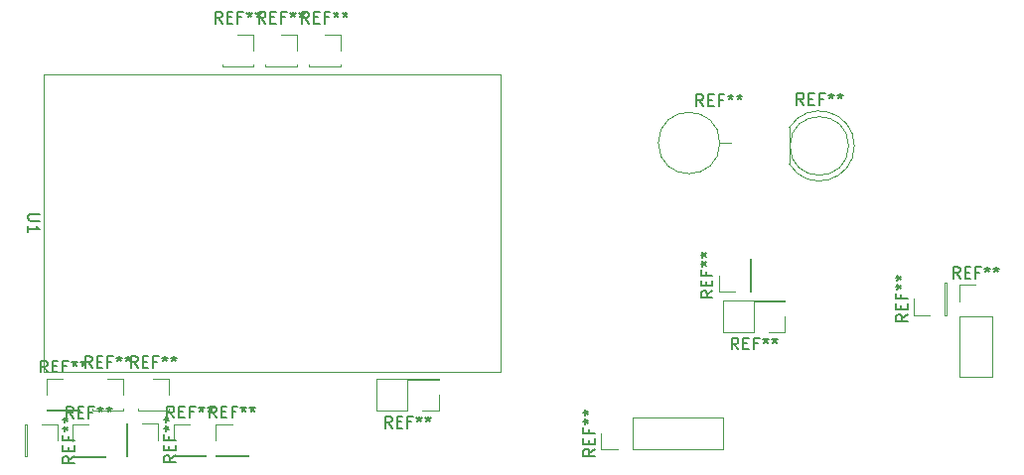
<source format=gbr>
%TF.GenerationSoftware,KiCad,Pcbnew,9.0.1*%
%TF.CreationDate,2025-04-22T17:47:58+03:00*%
%TF.ProjectId,plata,706c6174-612e-46b6-9963-61645f706362,rev?*%
%TF.SameCoordinates,Original*%
%TF.FileFunction,Legend,Top*%
%TF.FilePolarity,Positive*%
%FSLAX46Y46*%
G04 Gerber Fmt 4.6, Leading zero omitted, Abs format (unit mm)*
G04 Created by KiCad (PCBNEW 9.0.1) date 2025-04-22 17:47:58*
%MOMM*%
%LPD*%
G01*
G04 APERTURE LIST*
%ADD10C,0.150000*%
%ADD11C,0.120000*%
G04 APERTURE END LIST*
D10*
X192634819Y-152133333D02*
X192158628Y-152466666D01*
X192634819Y-152704761D02*
X191634819Y-152704761D01*
X191634819Y-152704761D02*
X191634819Y-152323809D01*
X191634819Y-152323809D02*
X191682438Y-152228571D01*
X191682438Y-152228571D02*
X191730057Y-152180952D01*
X191730057Y-152180952D02*
X191825295Y-152133333D01*
X191825295Y-152133333D02*
X191968152Y-152133333D01*
X191968152Y-152133333D02*
X192063390Y-152180952D01*
X192063390Y-152180952D02*
X192111009Y-152228571D01*
X192111009Y-152228571D02*
X192158628Y-152323809D01*
X192158628Y-152323809D02*
X192158628Y-152704761D01*
X192111009Y-151704761D02*
X192111009Y-151371428D01*
X192634819Y-151228571D02*
X192634819Y-151704761D01*
X192634819Y-151704761D02*
X191634819Y-151704761D01*
X191634819Y-151704761D02*
X191634819Y-151228571D01*
X192111009Y-150466666D02*
X192111009Y-150799999D01*
X192634819Y-150799999D02*
X191634819Y-150799999D01*
X191634819Y-150799999D02*
X191634819Y-150323809D01*
X191634819Y-149799999D02*
X191872914Y-149799999D01*
X191777676Y-150038094D02*
X191872914Y-149799999D01*
X191872914Y-149799999D02*
X191777676Y-149561904D01*
X192063390Y-149942856D02*
X191872914Y-149799999D01*
X191872914Y-149799999D02*
X192063390Y-149657142D01*
X191634819Y-149038094D02*
X191872914Y-149038094D01*
X191777676Y-149276189D02*
X191872914Y-149038094D01*
X191872914Y-149038094D02*
X191777676Y-148799999D01*
X192063390Y-149180951D02*
X191872914Y-149038094D01*
X191872914Y-149038094D02*
X192063390Y-148895237D01*
X219274819Y-140633333D02*
X218798628Y-140966666D01*
X219274819Y-141204761D02*
X218274819Y-141204761D01*
X218274819Y-141204761D02*
X218274819Y-140823809D01*
X218274819Y-140823809D02*
X218322438Y-140728571D01*
X218322438Y-140728571D02*
X218370057Y-140680952D01*
X218370057Y-140680952D02*
X218465295Y-140633333D01*
X218465295Y-140633333D02*
X218608152Y-140633333D01*
X218608152Y-140633333D02*
X218703390Y-140680952D01*
X218703390Y-140680952D02*
X218751009Y-140728571D01*
X218751009Y-140728571D02*
X218798628Y-140823809D01*
X218798628Y-140823809D02*
X218798628Y-141204761D01*
X218751009Y-140204761D02*
X218751009Y-139871428D01*
X219274819Y-139728571D02*
X219274819Y-140204761D01*
X219274819Y-140204761D02*
X218274819Y-140204761D01*
X218274819Y-140204761D02*
X218274819Y-139728571D01*
X218751009Y-138966666D02*
X218751009Y-139299999D01*
X219274819Y-139299999D02*
X218274819Y-139299999D01*
X218274819Y-139299999D02*
X218274819Y-138823809D01*
X218274819Y-138299999D02*
X218512914Y-138299999D01*
X218417676Y-138538094D02*
X218512914Y-138299999D01*
X218512914Y-138299999D02*
X218417676Y-138061904D01*
X218703390Y-138442856D02*
X218512914Y-138299999D01*
X218512914Y-138299999D02*
X218703390Y-138157142D01*
X218274819Y-137538094D02*
X218512914Y-137538094D01*
X218417676Y-137776189D02*
X218512914Y-137538094D01*
X218512914Y-137538094D02*
X218417676Y-137299999D01*
X218703390Y-137680951D02*
X218512914Y-137538094D01*
X218512914Y-137538094D02*
X218703390Y-137395237D01*
X160366666Y-149474819D02*
X160033333Y-148998628D01*
X159795238Y-149474819D02*
X159795238Y-148474819D01*
X159795238Y-148474819D02*
X160176190Y-148474819D01*
X160176190Y-148474819D02*
X160271428Y-148522438D01*
X160271428Y-148522438D02*
X160319047Y-148570057D01*
X160319047Y-148570057D02*
X160366666Y-148665295D01*
X160366666Y-148665295D02*
X160366666Y-148808152D01*
X160366666Y-148808152D02*
X160319047Y-148903390D01*
X160319047Y-148903390D02*
X160271428Y-148951009D01*
X160271428Y-148951009D02*
X160176190Y-148998628D01*
X160176190Y-148998628D02*
X159795238Y-148998628D01*
X160795238Y-148951009D02*
X161128571Y-148951009D01*
X161271428Y-149474819D02*
X160795238Y-149474819D01*
X160795238Y-149474819D02*
X160795238Y-148474819D01*
X160795238Y-148474819D02*
X161271428Y-148474819D01*
X162033333Y-148951009D02*
X161700000Y-148951009D01*
X161700000Y-149474819D02*
X161700000Y-148474819D01*
X161700000Y-148474819D02*
X162176190Y-148474819D01*
X162700000Y-148474819D02*
X162700000Y-148712914D01*
X162461905Y-148617676D02*
X162700000Y-148712914D01*
X162700000Y-148712914D02*
X162938095Y-148617676D01*
X162557143Y-148903390D02*
X162700000Y-148712914D01*
X162700000Y-148712914D02*
X162842857Y-148903390D01*
X163461905Y-148474819D02*
X163461905Y-148712914D01*
X163223810Y-148617676D02*
X163461905Y-148712914D01*
X163461905Y-148712914D02*
X163700000Y-148617676D01*
X163319048Y-148903390D02*
X163461905Y-148712914D01*
X163461905Y-148712914D02*
X163604762Y-148903390D01*
X148166666Y-149524819D02*
X147833333Y-149048628D01*
X147595238Y-149524819D02*
X147595238Y-148524819D01*
X147595238Y-148524819D02*
X147976190Y-148524819D01*
X147976190Y-148524819D02*
X148071428Y-148572438D01*
X148071428Y-148572438D02*
X148119047Y-148620057D01*
X148119047Y-148620057D02*
X148166666Y-148715295D01*
X148166666Y-148715295D02*
X148166666Y-148858152D01*
X148166666Y-148858152D02*
X148119047Y-148953390D01*
X148119047Y-148953390D02*
X148071428Y-149001009D01*
X148071428Y-149001009D02*
X147976190Y-149048628D01*
X147976190Y-149048628D02*
X147595238Y-149048628D01*
X148595238Y-149001009D02*
X148928571Y-149001009D01*
X149071428Y-149524819D02*
X148595238Y-149524819D01*
X148595238Y-149524819D02*
X148595238Y-148524819D01*
X148595238Y-148524819D02*
X149071428Y-148524819D01*
X149833333Y-149001009D02*
X149500000Y-149001009D01*
X149500000Y-149524819D02*
X149500000Y-148524819D01*
X149500000Y-148524819D02*
X149976190Y-148524819D01*
X150500000Y-148524819D02*
X150500000Y-148762914D01*
X150261905Y-148667676D02*
X150500000Y-148762914D01*
X150500000Y-148762914D02*
X150738095Y-148667676D01*
X150357143Y-148953390D02*
X150500000Y-148762914D01*
X150500000Y-148762914D02*
X150642857Y-148953390D01*
X151261905Y-148524819D02*
X151261905Y-148762914D01*
X151023810Y-148667676D02*
X151261905Y-148762914D01*
X151261905Y-148762914D02*
X151500000Y-148667676D01*
X151119048Y-148953390D02*
X151261905Y-148762914D01*
X151261905Y-148762914D02*
X151404762Y-148953390D01*
X145966666Y-145574819D02*
X145633333Y-145098628D01*
X145395238Y-145574819D02*
X145395238Y-144574819D01*
X145395238Y-144574819D02*
X145776190Y-144574819D01*
X145776190Y-144574819D02*
X145871428Y-144622438D01*
X145871428Y-144622438D02*
X145919047Y-144670057D01*
X145919047Y-144670057D02*
X145966666Y-144765295D01*
X145966666Y-144765295D02*
X145966666Y-144908152D01*
X145966666Y-144908152D02*
X145919047Y-145003390D01*
X145919047Y-145003390D02*
X145871428Y-145051009D01*
X145871428Y-145051009D02*
X145776190Y-145098628D01*
X145776190Y-145098628D02*
X145395238Y-145098628D01*
X146395238Y-145051009D02*
X146728571Y-145051009D01*
X146871428Y-145574819D02*
X146395238Y-145574819D01*
X146395238Y-145574819D02*
X146395238Y-144574819D01*
X146395238Y-144574819D02*
X146871428Y-144574819D01*
X147633333Y-145051009D02*
X147300000Y-145051009D01*
X147300000Y-145574819D02*
X147300000Y-144574819D01*
X147300000Y-144574819D02*
X147776190Y-144574819D01*
X148300000Y-144574819D02*
X148300000Y-144812914D01*
X148061905Y-144717676D02*
X148300000Y-144812914D01*
X148300000Y-144812914D02*
X148538095Y-144717676D01*
X148157143Y-145003390D02*
X148300000Y-144812914D01*
X148300000Y-144812914D02*
X148442857Y-145003390D01*
X149061905Y-144574819D02*
X149061905Y-144812914D01*
X148823810Y-144717676D02*
X149061905Y-144812914D01*
X149061905Y-144812914D02*
X149300000Y-144717676D01*
X148919048Y-145003390D02*
X149061905Y-144812914D01*
X149061905Y-144812914D02*
X149204762Y-145003390D01*
X175336666Y-150334819D02*
X175003333Y-149858628D01*
X174765238Y-150334819D02*
X174765238Y-149334819D01*
X174765238Y-149334819D02*
X175146190Y-149334819D01*
X175146190Y-149334819D02*
X175241428Y-149382438D01*
X175241428Y-149382438D02*
X175289047Y-149430057D01*
X175289047Y-149430057D02*
X175336666Y-149525295D01*
X175336666Y-149525295D02*
X175336666Y-149668152D01*
X175336666Y-149668152D02*
X175289047Y-149763390D01*
X175289047Y-149763390D02*
X175241428Y-149811009D01*
X175241428Y-149811009D02*
X175146190Y-149858628D01*
X175146190Y-149858628D02*
X174765238Y-149858628D01*
X175765238Y-149811009D02*
X176098571Y-149811009D01*
X176241428Y-150334819D02*
X175765238Y-150334819D01*
X175765238Y-150334819D02*
X175765238Y-149334819D01*
X175765238Y-149334819D02*
X176241428Y-149334819D01*
X177003333Y-149811009D02*
X176670000Y-149811009D01*
X176670000Y-150334819D02*
X176670000Y-149334819D01*
X176670000Y-149334819D02*
X177146190Y-149334819D01*
X177670000Y-149334819D02*
X177670000Y-149572914D01*
X177431905Y-149477676D02*
X177670000Y-149572914D01*
X177670000Y-149572914D02*
X177908095Y-149477676D01*
X177527143Y-149763390D02*
X177670000Y-149572914D01*
X177670000Y-149572914D02*
X177812857Y-149763390D01*
X178431905Y-149334819D02*
X178431905Y-149572914D01*
X178193810Y-149477676D02*
X178431905Y-149572914D01*
X178431905Y-149572914D02*
X178670000Y-149477676D01*
X178289048Y-149763390D02*
X178431905Y-149572914D01*
X178431905Y-149572914D02*
X178574762Y-149763390D01*
X160866666Y-115784819D02*
X160533333Y-115308628D01*
X160295238Y-115784819D02*
X160295238Y-114784819D01*
X160295238Y-114784819D02*
X160676190Y-114784819D01*
X160676190Y-114784819D02*
X160771428Y-114832438D01*
X160771428Y-114832438D02*
X160819047Y-114880057D01*
X160819047Y-114880057D02*
X160866666Y-114975295D01*
X160866666Y-114975295D02*
X160866666Y-115118152D01*
X160866666Y-115118152D02*
X160819047Y-115213390D01*
X160819047Y-115213390D02*
X160771428Y-115261009D01*
X160771428Y-115261009D02*
X160676190Y-115308628D01*
X160676190Y-115308628D02*
X160295238Y-115308628D01*
X161295238Y-115261009D02*
X161628571Y-115261009D01*
X161771428Y-115784819D02*
X161295238Y-115784819D01*
X161295238Y-115784819D02*
X161295238Y-114784819D01*
X161295238Y-114784819D02*
X161771428Y-114784819D01*
X162533333Y-115261009D02*
X162200000Y-115261009D01*
X162200000Y-115784819D02*
X162200000Y-114784819D01*
X162200000Y-114784819D02*
X162676190Y-114784819D01*
X163200000Y-114784819D02*
X163200000Y-115022914D01*
X162961905Y-114927676D02*
X163200000Y-115022914D01*
X163200000Y-115022914D02*
X163438095Y-114927676D01*
X163057143Y-115213390D02*
X163200000Y-115022914D01*
X163200000Y-115022914D02*
X163342857Y-115213390D01*
X163961905Y-114784819D02*
X163961905Y-115022914D01*
X163723810Y-114927676D02*
X163961905Y-115022914D01*
X163961905Y-115022914D02*
X164200000Y-114927676D01*
X163819048Y-115213390D02*
X163961905Y-115022914D01*
X163961905Y-115022914D02*
X164104762Y-115213390D01*
X156884819Y-152683333D02*
X156408628Y-153016666D01*
X156884819Y-153254761D02*
X155884819Y-153254761D01*
X155884819Y-153254761D02*
X155884819Y-152873809D01*
X155884819Y-152873809D02*
X155932438Y-152778571D01*
X155932438Y-152778571D02*
X155980057Y-152730952D01*
X155980057Y-152730952D02*
X156075295Y-152683333D01*
X156075295Y-152683333D02*
X156218152Y-152683333D01*
X156218152Y-152683333D02*
X156313390Y-152730952D01*
X156313390Y-152730952D02*
X156361009Y-152778571D01*
X156361009Y-152778571D02*
X156408628Y-152873809D01*
X156408628Y-152873809D02*
X156408628Y-153254761D01*
X156361009Y-152254761D02*
X156361009Y-151921428D01*
X156884819Y-151778571D02*
X156884819Y-152254761D01*
X156884819Y-152254761D02*
X155884819Y-152254761D01*
X155884819Y-152254761D02*
X155884819Y-151778571D01*
X156361009Y-151016666D02*
X156361009Y-151349999D01*
X156884819Y-151349999D02*
X155884819Y-151349999D01*
X155884819Y-151349999D02*
X155884819Y-150873809D01*
X155884819Y-150349999D02*
X156122914Y-150349999D01*
X156027676Y-150588094D02*
X156122914Y-150349999D01*
X156122914Y-150349999D02*
X156027676Y-150111904D01*
X156313390Y-150492856D02*
X156122914Y-150349999D01*
X156122914Y-150349999D02*
X156313390Y-150207142D01*
X155884819Y-149588094D02*
X156122914Y-149588094D01*
X156027676Y-149826189D02*
X156122914Y-149588094D01*
X156122914Y-149588094D02*
X156027676Y-149349999D01*
X156313390Y-149730951D02*
X156122914Y-149588094D01*
X156122914Y-149588094D02*
X156313390Y-149445237D01*
X202674819Y-138633333D02*
X202198628Y-138966666D01*
X202674819Y-139204761D02*
X201674819Y-139204761D01*
X201674819Y-139204761D02*
X201674819Y-138823809D01*
X201674819Y-138823809D02*
X201722438Y-138728571D01*
X201722438Y-138728571D02*
X201770057Y-138680952D01*
X201770057Y-138680952D02*
X201865295Y-138633333D01*
X201865295Y-138633333D02*
X202008152Y-138633333D01*
X202008152Y-138633333D02*
X202103390Y-138680952D01*
X202103390Y-138680952D02*
X202151009Y-138728571D01*
X202151009Y-138728571D02*
X202198628Y-138823809D01*
X202198628Y-138823809D02*
X202198628Y-139204761D01*
X202151009Y-138204761D02*
X202151009Y-137871428D01*
X202674819Y-137728571D02*
X202674819Y-138204761D01*
X202674819Y-138204761D02*
X201674819Y-138204761D01*
X201674819Y-138204761D02*
X201674819Y-137728571D01*
X202151009Y-136966666D02*
X202151009Y-137299999D01*
X202674819Y-137299999D02*
X201674819Y-137299999D01*
X201674819Y-137299999D02*
X201674819Y-136823809D01*
X201674819Y-136299999D02*
X201912914Y-136299999D01*
X201817676Y-136538094D02*
X201912914Y-136299999D01*
X201912914Y-136299999D02*
X201817676Y-136061904D01*
X202103390Y-136442856D02*
X201912914Y-136299999D01*
X201912914Y-136299999D02*
X202103390Y-136157142D01*
X201674819Y-135538094D02*
X201912914Y-135538094D01*
X201817676Y-135776189D02*
X201912914Y-135538094D01*
X201912914Y-135538094D02*
X201817676Y-135299999D01*
X202103390Y-135680951D02*
X201912914Y-135538094D01*
X201912914Y-135538094D02*
X202103390Y-135395237D01*
X149766666Y-145184819D02*
X149433333Y-144708628D01*
X149195238Y-145184819D02*
X149195238Y-144184819D01*
X149195238Y-144184819D02*
X149576190Y-144184819D01*
X149576190Y-144184819D02*
X149671428Y-144232438D01*
X149671428Y-144232438D02*
X149719047Y-144280057D01*
X149719047Y-144280057D02*
X149766666Y-144375295D01*
X149766666Y-144375295D02*
X149766666Y-144518152D01*
X149766666Y-144518152D02*
X149719047Y-144613390D01*
X149719047Y-144613390D02*
X149671428Y-144661009D01*
X149671428Y-144661009D02*
X149576190Y-144708628D01*
X149576190Y-144708628D02*
X149195238Y-144708628D01*
X150195238Y-144661009D02*
X150528571Y-144661009D01*
X150671428Y-145184819D02*
X150195238Y-145184819D01*
X150195238Y-145184819D02*
X150195238Y-144184819D01*
X150195238Y-144184819D02*
X150671428Y-144184819D01*
X151433333Y-144661009D02*
X151100000Y-144661009D01*
X151100000Y-145184819D02*
X151100000Y-144184819D01*
X151100000Y-144184819D02*
X151576190Y-144184819D01*
X152100000Y-144184819D02*
X152100000Y-144422914D01*
X151861905Y-144327676D02*
X152100000Y-144422914D01*
X152100000Y-144422914D02*
X152338095Y-144327676D01*
X151957143Y-144613390D02*
X152100000Y-144422914D01*
X152100000Y-144422914D02*
X152242857Y-144613390D01*
X152861905Y-144184819D02*
X152861905Y-144422914D01*
X152623810Y-144327676D02*
X152861905Y-144422914D01*
X152861905Y-144422914D02*
X153100000Y-144327676D01*
X152719048Y-144613390D02*
X152861905Y-144422914D01*
X152861905Y-144422914D02*
X153004762Y-144613390D01*
X164566666Y-115784819D02*
X164233333Y-115308628D01*
X163995238Y-115784819D02*
X163995238Y-114784819D01*
X163995238Y-114784819D02*
X164376190Y-114784819D01*
X164376190Y-114784819D02*
X164471428Y-114832438D01*
X164471428Y-114832438D02*
X164519047Y-114880057D01*
X164519047Y-114880057D02*
X164566666Y-114975295D01*
X164566666Y-114975295D02*
X164566666Y-115118152D01*
X164566666Y-115118152D02*
X164519047Y-115213390D01*
X164519047Y-115213390D02*
X164471428Y-115261009D01*
X164471428Y-115261009D02*
X164376190Y-115308628D01*
X164376190Y-115308628D02*
X163995238Y-115308628D01*
X164995238Y-115261009D02*
X165328571Y-115261009D01*
X165471428Y-115784819D02*
X164995238Y-115784819D01*
X164995238Y-115784819D02*
X164995238Y-114784819D01*
X164995238Y-114784819D02*
X165471428Y-114784819D01*
X166233333Y-115261009D02*
X165900000Y-115261009D01*
X165900000Y-115784819D02*
X165900000Y-114784819D01*
X165900000Y-114784819D02*
X166376190Y-114784819D01*
X166900000Y-114784819D02*
X166900000Y-115022914D01*
X166661905Y-114927676D02*
X166900000Y-115022914D01*
X166900000Y-115022914D02*
X167138095Y-114927676D01*
X166757143Y-115213390D02*
X166900000Y-115022914D01*
X166900000Y-115022914D02*
X167042857Y-115213390D01*
X167661905Y-114784819D02*
X167661905Y-115022914D01*
X167423810Y-114927676D02*
X167661905Y-115022914D01*
X167661905Y-115022914D02*
X167900000Y-114927676D01*
X167519048Y-115213390D02*
X167661905Y-115022914D01*
X167661905Y-115022914D02*
X167804762Y-115213390D01*
X223766666Y-137574819D02*
X223433333Y-137098628D01*
X223195238Y-137574819D02*
X223195238Y-136574819D01*
X223195238Y-136574819D02*
X223576190Y-136574819D01*
X223576190Y-136574819D02*
X223671428Y-136622438D01*
X223671428Y-136622438D02*
X223719047Y-136670057D01*
X223719047Y-136670057D02*
X223766666Y-136765295D01*
X223766666Y-136765295D02*
X223766666Y-136908152D01*
X223766666Y-136908152D02*
X223719047Y-137003390D01*
X223719047Y-137003390D02*
X223671428Y-137051009D01*
X223671428Y-137051009D02*
X223576190Y-137098628D01*
X223576190Y-137098628D02*
X223195238Y-137098628D01*
X224195238Y-137051009D02*
X224528571Y-137051009D01*
X224671428Y-137574819D02*
X224195238Y-137574819D01*
X224195238Y-137574819D02*
X224195238Y-136574819D01*
X224195238Y-136574819D02*
X224671428Y-136574819D01*
X225433333Y-137051009D02*
X225100000Y-137051009D01*
X225100000Y-137574819D02*
X225100000Y-136574819D01*
X225100000Y-136574819D02*
X225576190Y-136574819D01*
X226100000Y-136574819D02*
X226100000Y-136812914D01*
X225861905Y-136717676D02*
X226100000Y-136812914D01*
X226100000Y-136812914D02*
X226338095Y-136717676D01*
X225957143Y-137003390D02*
X226100000Y-136812914D01*
X226100000Y-136812914D02*
X226242857Y-137003390D01*
X226861905Y-136574819D02*
X226861905Y-136812914D01*
X226623810Y-136717676D02*
X226861905Y-136812914D01*
X226861905Y-136812914D02*
X227100000Y-136717676D01*
X226719048Y-137003390D02*
X226861905Y-136812914D01*
X226861905Y-136812914D02*
X227004762Y-137003390D01*
X168266666Y-115784819D02*
X167933333Y-115308628D01*
X167695238Y-115784819D02*
X167695238Y-114784819D01*
X167695238Y-114784819D02*
X168076190Y-114784819D01*
X168076190Y-114784819D02*
X168171428Y-114832438D01*
X168171428Y-114832438D02*
X168219047Y-114880057D01*
X168219047Y-114880057D02*
X168266666Y-114975295D01*
X168266666Y-114975295D02*
X168266666Y-115118152D01*
X168266666Y-115118152D02*
X168219047Y-115213390D01*
X168219047Y-115213390D02*
X168171428Y-115261009D01*
X168171428Y-115261009D02*
X168076190Y-115308628D01*
X168076190Y-115308628D02*
X167695238Y-115308628D01*
X168695238Y-115261009D02*
X169028571Y-115261009D01*
X169171428Y-115784819D02*
X168695238Y-115784819D01*
X168695238Y-115784819D02*
X168695238Y-114784819D01*
X168695238Y-114784819D02*
X169171428Y-114784819D01*
X169933333Y-115261009D02*
X169600000Y-115261009D01*
X169600000Y-115784819D02*
X169600000Y-114784819D01*
X169600000Y-114784819D02*
X170076190Y-114784819D01*
X170600000Y-114784819D02*
X170600000Y-115022914D01*
X170361905Y-114927676D02*
X170600000Y-115022914D01*
X170600000Y-115022914D02*
X170838095Y-114927676D01*
X170457143Y-115213390D02*
X170600000Y-115022914D01*
X170600000Y-115022914D02*
X170742857Y-115213390D01*
X171361905Y-114784819D02*
X171361905Y-115022914D01*
X171123810Y-114927676D02*
X171361905Y-115022914D01*
X171361905Y-115022914D02*
X171600000Y-114927676D01*
X171219048Y-115213390D02*
X171361905Y-115022914D01*
X171361905Y-115022914D02*
X171504762Y-115213390D01*
X204871666Y-143634819D02*
X204538333Y-143158628D01*
X204300238Y-143634819D02*
X204300238Y-142634819D01*
X204300238Y-142634819D02*
X204681190Y-142634819D01*
X204681190Y-142634819D02*
X204776428Y-142682438D01*
X204776428Y-142682438D02*
X204824047Y-142730057D01*
X204824047Y-142730057D02*
X204871666Y-142825295D01*
X204871666Y-142825295D02*
X204871666Y-142968152D01*
X204871666Y-142968152D02*
X204824047Y-143063390D01*
X204824047Y-143063390D02*
X204776428Y-143111009D01*
X204776428Y-143111009D02*
X204681190Y-143158628D01*
X204681190Y-143158628D02*
X204300238Y-143158628D01*
X205300238Y-143111009D02*
X205633571Y-143111009D01*
X205776428Y-143634819D02*
X205300238Y-143634819D01*
X205300238Y-143634819D02*
X205300238Y-142634819D01*
X205300238Y-142634819D02*
X205776428Y-142634819D01*
X206538333Y-143111009D02*
X206205000Y-143111009D01*
X206205000Y-143634819D02*
X206205000Y-142634819D01*
X206205000Y-142634819D02*
X206681190Y-142634819D01*
X207205000Y-142634819D02*
X207205000Y-142872914D01*
X206966905Y-142777676D02*
X207205000Y-142872914D01*
X207205000Y-142872914D02*
X207443095Y-142777676D01*
X207062143Y-143063390D02*
X207205000Y-142872914D01*
X207205000Y-142872914D02*
X207347857Y-143063390D01*
X207966905Y-142634819D02*
X207966905Y-142872914D01*
X207728810Y-142777676D02*
X207966905Y-142872914D01*
X207966905Y-142872914D02*
X208205000Y-142777676D01*
X207824048Y-143063390D02*
X207966905Y-142872914D01*
X207966905Y-142872914D02*
X208109762Y-143063390D01*
X145325180Y-132068095D02*
X144515657Y-132068095D01*
X144515657Y-132068095D02*
X144420419Y-132115714D01*
X144420419Y-132115714D02*
X144372800Y-132163333D01*
X144372800Y-132163333D02*
X144325180Y-132258571D01*
X144325180Y-132258571D02*
X144325180Y-132449047D01*
X144325180Y-132449047D02*
X144372800Y-132544285D01*
X144372800Y-132544285D02*
X144420419Y-132591904D01*
X144420419Y-132591904D02*
X144515657Y-132639523D01*
X144515657Y-132639523D02*
X145325180Y-132639523D01*
X144325180Y-133639523D02*
X144325180Y-133068095D01*
X144325180Y-133353809D02*
X145325180Y-133353809D01*
X145325180Y-133353809D02*
X145182323Y-133258571D01*
X145182323Y-133258571D02*
X145087085Y-133163333D01*
X145087085Y-133163333D02*
X145039466Y-133068095D01*
X156766666Y-149474819D02*
X156433333Y-148998628D01*
X156195238Y-149474819D02*
X156195238Y-148474819D01*
X156195238Y-148474819D02*
X156576190Y-148474819D01*
X156576190Y-148474819D02*
X156671428Y-148522438D01*
X156671428Y-148522438D02*
X156719047Y-148570057D01*
X156719047Y-148570057D02*
X156766666Y-148665295D01*
X156766666Y-148665295D02*
X156766666Y-148808152D01*
X156766666Y-148808152D02*
X156719047Y-148903390D01*
X156719047Y-148903390D02*
X156671428Y-148951009D01*
X156671428Y-148951009D02*
X156576190Y-148998628D01*
X156576190Y-148998628D02*
X156195238Y-148998628D01*
X157195238Y-148951009D02*
X157528571Y-148951009D01*
X157671428Y-149474819D02*
X157195238Y-149474819D01*
X157195238Y-149474819D02*
X157195238Y-148474819D01*
X157195238Y-148474819D02*
X157671428Y-148474819D01*
X158433333Y-148951009D02*
X158100000Y-148951009D01*
X158100000Y-149474819D02*
X158100000Y-148474819D01*
X158100000Y-148474819D02*
X158576190Y-148474819D01*
X159100000Y-148474819D02*
X159100000Y-148712914D01*
X158861905Y-148617676D02*
X159100000Y-148712914D01*
X159100000Y-148712914D02*
X159338095Y-148617676D01*
X158957143Y-148903390D02*
X159100000Y-148712914D01*
X159100000Y-148712914D02*
X159242857Y-148903390D01*
X159861905Y-148474819D02*
X159861905Y-148712914D01*
X159623810Y-148617676D02*
X159861905Y-148712914D01*
X159861905Y-148712914D02*
X160100000Y-148617676D01*
X159719048Y-148903390D02*
X159861905Y-148712914D01*
X159861905Y-148712914D02*
X160004762Y-148903390D01*
X148284819Y-152733333D02*
X147808628Y-153066666D01*
X148284819Y-153304761D02*
X147284819Y-153304761D01*
X147284819Y-153304761D02*
X147284819Y-152923809D01*
X147284819Y-152923809D02*
X147332438Y-152828571D01*
X147332438Y-152828571D02*
X147380057Y-152780952D01*
X147380057Y-152780952D02*
X147475295Y-152733333D01*
X147475295Y-152733333D02*
X147618152Y-152733333D01*
X147618152Y-152733333D02*
X147713390Y-152780952D01*
X147713390Y-152780952D02*
X147761009Y-152828571D01*
X147761009Y-152828571D02*
X147808628Y-152923809D01*
X147808628Y-152923809D02*
X147808628Y-153304761D01*
X147761009Y-152304761D02*
X147761009Y-151971428D01*
X148284819Y-151828571D02*
X148284819Y-152304761D01*
X148284819Y-152304761D02*
X147284819Y-152304761D01*
X147284819Y-152304761D02*
X147284819Y-151828571D01*
X147761009Y-151066666D02*
X147761009Y-151399999D01*
X148284819Y-151399999D02*
X147284819Y-151399999D01*
X147284819Y-151399999D02*
X147284819Y-150923809D01*
X147284819Y-150399999D02*
X147522914Y-150399999D01*
X147427676Y-150638094D02*
X147522914Y-150399999D01*
X147522914Y-150399999D02*
X147427676Y-150161904D01*
X147713390Y-150542856D02*
X147522914Y-150399999D01*
X147522914Y-150399999D02*
X147713390Y-150257142D01*
X147284819Y-149638094D02*
X147522914Y-149638094D01*
X147427676Y-149876189D02*
X147522914Y-149638094D01*
X147522914Y-149638094D02*
X147427676Y-149399999D01*
X147713390Y-149780951D02*
X147522914Y-149638094D01*
X147522914Y-149638094D02*
X147713390Y-149495237D01*
X201876666Y-122834819D02*
X201543333Y-122358628D01*
X201305238Y-122834819D02*
X201305238Y-121834819D01*
X201305238Y-121834819D02*
X201686190Y-121834819D01*
X201686190Y-121834819D02*
X201781428Y-121882438D01*
X201781428Y-121882438D02*
X201829047Y-121930057D01*
X201829047Y-121930057D02*
X201876666Y-122025295D01*
X201876666Y-122025295D02*
X201876666Y-122168152D01*
X201876666Y-122168152D02*
X201829047Y-122263390D01*
X201829047Y-122263390D02*
X201781428Y-122311009D01*
X201781428Y-122311009D02*
X201686190Y-122358628D01*
X201686190Y-122358628D02*
X201305238Y-122358628D01*
X202305238Y-122311009D02*
X202638571Y-122311009D01*
X202781428Y-122834819D02*
X202305238Y-122834819D01*
X202305238Y-122834819D02*
X202305238Y-121834819D01*
X202305238Y-121834819D02*
X202781428Y-121834819D01*
X203543333Y-122311009D02*
X203210000Y-122311009D01*
X203210000Y-122834819D02*
X203210000Y-121834819D01*
X203210000Y-121834819D02*
X203686190Y-121834819D01*
X204210000Y-121834819D02*
X204210000Y-122072914D01*
X203971905Y-121977676D02*
X204210000Y-122072914D01*
X204210000Y-122072914D02*
X204448095Y-121977676D01*
X204067143Y-122263390D02*
X204210000Y-122072914D01*
X204210000Y-122072914D02*
X204352857Y-122263390D01*
X204971905Y-121834819D02*
X204971905Y-122072914D01*
X204733810Y-121977676D02*
X204971905Y-122072914D01*
X204971905Y-122072914D02*
X205210000Y-121977676D01*
X204829048Y-122263390D02*
X204971905Y-122072914D01*
X204971905Y-122072914D02*
X205114762Y-122263390D01*
X210436666Y-122744819D02*
X210103333Y-122268628D01*
X209865238Y-122744819D02*
X209865238Y-121744819D01*
X209865238Y-121744819D02*
X210246190Y-121744819D01*
X210246190Y-121744819D02*
X210341428Y-121792438D01*
X210341428Y-121792438D02*
X210389047Y-121840057D01*
X210389047Y-121840057D02*
X210436666Y-121935295D01*
X210436666Y-121935295D02*
X210436666Y-122078152D01*
X210436666Y-122078152D02*
X210389047Y-122173390D01*
X210389047Y-122173390D02*
X210341428Y-122221009D01*
X210341428Y-122221009D02*
X210246190Y-122268628D01*
X210246190Y-122268628D02*
X209865238Y-122268628D01*
X210865238Y-122221009D02*
X211198571Y-122221009D01*
X211341428Y-122744819D02*
X210865238Y-122744819D01*
X210865238Y-122744819D02*
X210865238Y-121744819D01*
X210865238Y-121744819D02*
X211341428Y-121744819D01*
X212103333Y-122221009D02*
X211770000Y-122221009D01*
X211770000Y-122744819D02*
X211770000Y-121744819D01*
X211770000Y-121744819D02*
X212246190Y-121744819D01*
X212770000Y-121744819D02*
X212770000Y-121982914D01*
X212531905Y-121887676D02*
X212770000Y-121982914D01*
X212770000Y-121982914D02*
X213008095Y-121887676D01*
X212627143Y-122173390D02*
X212770000Y-121982914D01*
X212770000Y-121982914D02*
X212912857Y-122173390D01*
X213531905Y-121744819D02*
X213531905Y-121982914D01*
X213293810Y-121887676D02*
X213531905Y-121982914D01*
X213531905Y-121982914D02*
X213770000Y-121887676D01*
X213389048Y-122173390D02*
X213531905Y-121982914D01*
X213531905Y-121982914D02*
X213674762Y-122173390D01*
X153666666Y-145184819D02*
X153333333Y-144708628D01*
X153095238Y-145184819D02*
X153095238Y-144184819D01*
X153095238Y-144184819D02*
X153476190Y-144184819D01*
X153476190Y-144184819D02*
X153571428Y-144232438D01*
X153571428Y-144232438D02*
X153619047Y-144280057D01*
X153619047Y-144280057D02*
X153666666Y-144375295D01*
X153666666Y-144375295D02*
X153666666Y-144518152D01*
X153666666Y-144518152D02*
X153619047Y-144613390D01*
X153619047Y-144613390D02*
X153571428Y-144661009D01*
X153571428Y-144661009D02*
X153476190Y-144708628D01*
X153476190Y-144708628D02*
X153095238Y-144708628D01*
X154095238Y-144661009D02*
X154428571Y-144661009D01*
X154571428Y-145184819D02*
X154095238Y-145184819D01*
X154095238Y-145184819D02*
X154095238Y-144184819D01*
X154095238Y-144184819D02*
X154571428Y-144184819D01*
X155333333Y-144661009D02*
X155000000Y-144661009D01*
X155000000Y-145184819D02*
X155000000Y-144184819D01*
X155000000Y-144184819D02*
X155476190Y-144184819D01*
X156000000Y-144184819D02*
X156000000Y-144422914D01*
X155761905Y-144327676D02*
X156000000Y-144422914D01*
X156000000Y-144422914D02*
X156238095Y-144327676D01*
X155857143Y-144613390D02*
X156000000Y-144422914D01*
X156000000Y-144422914D02*
X156142857Y-144613390D01*
X156761905Y-144184819D02*
X156761905Y-144422914D01*
X156523810Y-144327676D02*
X156761905Y-144422914D01*
X156761905Y-144422914D02*
X157000000Y-144327676D01*
X156619048Y-144613390D02*
X156761905Y-144422914D01*
X156761905Y-144422914D02*
X156904762Y-144613390D01*
D11*
%TO.C,REF\u002A\u002A*%
X193180000Y-152180000D02*
X193180000Y-150800000D01*
X194560000Y-152180000D02*
X193180000Y-152180000D01*
X195830000Y-149420000D02*
X203560000Y-149420000D01*
X195830000Y-152180000D02*
X195830000Y-149420000D01*
X195830000Y-152180000D02*
X203560000Y-152180000D01*
X203560000Y-152180000D02*
X203560000Y-149420000D01*
X219820000Y-140680000D02*
X219820000Y-139300000D01*
X221200000Y-140680000D02*
X219820000Y-140680000D01*
X222470000Y-137920000D02*
X222580000Y-137920000D01*
X222470000Y-140680000D02*
X222470000Y-137920000D01*
X222470000Y-140680000D02*
X222580000Y-140680000D01*
X222580000Y-140680000D02*
X222580000Y-137920000D01*
X160320000Y-150020000D02*
X161700000Y-150020000D01*
X160320000Y-151400000D02*
X160320000Y-150020000D01*
X160320000Y-152670000D02*
X160320000Y-152780000D01*
X160320000Y-152670000D02*
X163080000Y-152670000D01*
X160320000Y-152780000D02*
X163080000Y-152780000D01*
X163080000Y-152670000D02*
X163080000Y-152780000D01*
X148120000Y-150070000D02*
X149500000Y-150070000D01*
X148120000Y-151450000D02*
X148120000Y-150070000D01*
X148120000Y-152720000D02*
X148120000Y-152830000D01*
X148120000Y-152720000D02*
X150880000Y-152720000D01*
X148120000Y-152830000D02*
X150880000Y-152830000D01*
X150880000Y-152720000D02*
X150880000Y-152830000D01*
X145920000Y-146120000D02*
X147300000Y-146120000D01*
X145920000Y-147500000D02*
X145920000Y-146120000D01*
X145920000Y-148770000D02*
X145920000Y-148880000D01*
X145920000Y-148770000D02*
X148680000Y-148770000D01*
X145920000Y-148880000D02*
X148680000Y-148880000D01*
X148680000Y-148770000D02*
X148680000Y-148880000D01*
X174020000Y-148880000D02*
X174020000Y-146120000D01*
X176670000Y-146230000D02*
X176670000Y-148880000D01*
X176670000Y-148880000D02*
X174020000Y-148880000D01*
X179320000Y-146120000D02*
X174020000Y-146120000D01*
X179320000Y-146230000D02*
X176670000Y-146230000D01*
X179320000Y-146230000D02*
X179320000Y-146120000D01*
X179320000Y-147500000D02*
X179320000Y-148880000D01*
X179320000Y-148880000D02*
X177940000Y-148880000D01*
X160870000Y-119310000D02*
X160870000Y-119430000D01*
X160870000Y-119430000D02*
X163530000Y-119430000D01*
X162200000Y-116770000D02*
X163530000Y-116770000D01*
X163530000Y-116770000D02*
X163530000Y-118100000D01*
X163530000Y-119310000D02*
X163530000Y-119430000D01*
X152670000Y-149970000D02*
X152670000Y-152730000D01*
X152780000Y-149970000D02*
X152670000Y-149970000D01*
X152780000Y-149970000D02*
X152780000Y-152730000D01*
X152780000Y-152730000D02*
X152670000Y-152730000D01*
X154050000Y-149970000D02*
X155430000Y-149970000D01*
X155430000Y-149970000D02*
X155430000Y-151350000D01*
X203220000Y-138680000D02*
X203220000Y-137300000D01*
X204600000Y-138680000D02*
X203220000Y-138680000D01*
X205870000Y-135920000D02*
X205980000Y-135920000D01*
X205870000Y-138680000D02*
X205870000Y-135920000D01*
X205870000Y-138680000D02*
X205980000Y-138680000D01*
X205980000Y-138680000D02*
X205980000Y-135920000D01*
X149770000Y-148710000D02*
X149770000Y-148830000D01*
X149770000Y-148830000D02*
X152430000Y-148830000D01*
X151100000Y-146170000D02*
X152430000Y-146170000D01*
X152430000Y-146170000D02*
X152430000Y-147500000D01*
X152430000Y-148710000D02*
X152430000Y-148830000D01*
X164570000Y-119310000D02*
X164570000Y-119430000D01*
X164570000Y-119430000D02*
X167230000Y-119430000D01*
X165900000Y-116770000D02*
X167230000Y-116770000D01*
X167230000Y-116770000D02*
X167230000Y-118100000D01*
X167230000Y-119310000D02*
X167230000Y-119430000D01*
X223720000Y-138120000D02*
X225100000Y-138120000D01*
X223720000Y-139500000D02*
X223720000Y-138120000D01*
X223720000Y-140770000D02*
X223720000Y-145960000D01*
X223720000Y-140770000D02*
X226480000Y-140770000D01*
X223720000Y-145960000D02*
X226480000Y-145960000D01*
X226480000Y-140770000D02*
X226480000Y-145960000D01*
X168270000Y-119310000D02*
X168270000Y-119430000D01*
X168270000Y-119430000D02*
X170930000Y-119430000D01*
X169600000Y-116770000D02*
X170930000Y-116770000D01*
X170930000Y-116770000D02*
X170930000Y-118100000D01*
X170930000Y-119310000D02*
X170930000Y-119430000D01*
X203555000Y-142180000D02*
X203555000Y-139420000D01*
X206205000Y-142180000D02*
X203555000Y-142180000D01*
X208855000Y-142180000D02*
X207475000Y-142180000D01*
X208855000Y-140800000D02*
X208855000Y-142180000D01*
X206205000Y-139530000D02*
X206205000Y-142180000D01*
X208855000Y-139530000D02*
X206205000Y-139530000D01*
X208855000Y-139530000D02*
X208855000Y-139420000D01*
X208855000Y-139420000D02*
X203555000Y-139420000D01*
%TO.C,U1*%
X145640000Y-120130000D02*
X184560000Y-120130000D01*
X145640000Y-145530000D02*
X145640000Y-120130000D01*
X184560000Y-120130000D02*
X184560000Y-145530000D01*
X184560000Y-145530000D02*
X145640000Y-145530000D01*
%TO.C,REF\u002A\u002A*%
X156720000Y-150020000D02*
X158100000Y-150020000D01*
X156720000Y-151400000D02*
X156720000Y-150020000D01*
X156720000Y-152670000D02*
X156720000Y-152780000D01*
X156720000Y-152670000D02*
X159480000Y-152670000D01*
X156720000Y-152780000D02*
X159480000Y-152780000D01*
X159480000Y-152670000D02*
X159480000Y-152780000D01*
X144070000Y-150020000D02*
X144070000Y-152780000D01*
X144180000Y-150020000D02*
X144070000Y-150020000D01*
X144180000Y-150020000D02*
X144180000Y-152780000D01*
X144180000Y-152780000D02*
X144070000Y-152780000D01*
X145450000Y-150020000D02*
X146830000Y-150020000D01*
X146830000Y-150020000D02*
X146830000Y-151400000D01*
X203290000Y-126000000D02*
X204250000Y-126000000D01*
X203290000Y-126000000D02*
G75*
G02*
X198050000Y-126000000I-2620000J0D01*
G01*
X198050000Y-126000000D02*
G75*
G02*
X203290000Y-126000000I2620000J0D01*
G01*
X209210000Y-124705000D02*
X209210000Y-127795000D01*
X209210000Y-124705170D02*
G75*
G02*
X214760000Y-126249952I2560000J-1544830D01*
G01*
X214760000Y-126250048D02*
G75*
G02*
X209210000Y-127794830I-2990000J48D01*
G01*
X214270000Y-126250000D02*
G75*
G02*
X209270000Y-126250000I-2500000J0D01*
G01*
X209270000Y-126250000D02*
G75*
G02*
X214270000Y-126250000I2500000J0D01*
G01*
X153670000Y-148710000D02*
X153670000Y-148830000D01*
X153670000Y-148830000D02*
X156330000Y-148830000D01*
X155000000Y-146170000D02*
X156330000Y-146170000D01*
X156330000Y-146170000D02*
X156330000Y-147500000D01*
X156330000Y-148710000D02*
X156330000Y-148830000D01*
%TD*%
M02*

</source>
